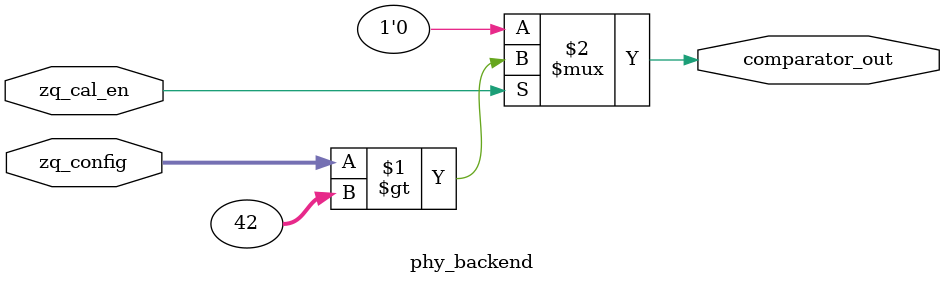
<source format=sv>

/**
	Pseudo PHY backend, used to emulate the comparator for the zq calibartion algorithm.
**///(vw)
module phy_backend #(CORRECT_VALUE=42)	//Set the correct value of zq calibration.
	(input [6:0] zq_config,		//The configuration value of zq, set by the state machine / controller.
	input zq_cal_en,		//Enable ZQ calibration
	output comparator_out);		//Output of the comparator. Is 1, if zq_config is to large.

	assign comparator_out = zq_cal_en ? (zq_config > CORRECT_VALUE) : 1'b0;
endmodule

</source>
